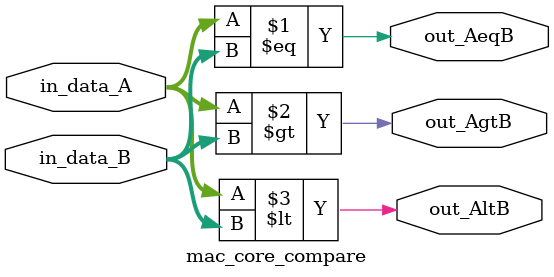
<source format=v>

module mac_core
     #(parameter WIDTH_DATA=32)
(
      input  wire                     RESET_N // asynchronous reset
    , input  wire                     CLK
    , input  wire                     INIT  // synchronous reset
    , output reg                      READY // ready when 1
    // operand A
    , output wire                     IN_READY_A
    , input  wire  [WIDTH_DATA-1:0]   IN_DATA_A
    , input  wire                     IN_VALID_A
    , input  wire                     IN_LAST_A
    // operand B
    , output wire                     IN_READY_B
    , input  wire  [WIDTH_DATA-1:0]   IN_DATA_B
    , input  wire                     IN_VALID_B
    , input  wire                     IN_LAST_B
    // resultant C=A*B+C'
    , output reg   [WIDTH_DATA-1:0]   OUT_DATA
    , output wire                     OUT_VALID
    , input  wire                     OUT_READY
    , output wire                     OUT_LAST
    , output reg                      OUT_OVERFLOW // overflow
);
    //--------------------------------------------------------------------------
    localparam N=WIDTH_DATA;
    //--------------------------------------------------------------------------
    reg SRESETn=1'b0; // synchronous reset
    always @ (posedge CLK) SRESETn <= RESET_N&~INIT;
    //--------------------------------------------------------------------------
    always @ (posedge CLK or negedge RESET_N) begin
    if (RESET_N==1'b0) begin
        READY <= 1'b0;
    end else begin
        if (INIT==1'b1) READY <= 1'b0;
        else            READY <= 1'b1;
    end // if
    end // always
    //--------------------------------------------------------------------------
    // synthesis translate_off
    always @ (posedge CLK or negedge RESET_N) begin
    if (RESET_N==1'b1) begin
        if (IN_VALID_A==1'b1&&IN_VALID_B==1'b1) begin
            if (IN_LAST_A^IN_LAST_B) begin
                $display("%0t %m ERROR tlast mis-match", $time);
            end
        end
    end
    end // always
    // synthesis translate_on
    //--------------------------------------------------------------------------
    wire signed [N-1:0]   mul_in_data_A=IN_DATA_A;
    wire signed [N-1:0]   mul_in_data_B=IN_DATA_B;
    wire                  mul_in_valid=IN_VALID_A&IN_VALID_B;
    wire                  mul_in_ready;
    wire                  mul_in_last=mul_in_valid&IN_LAST_A&IN_LAST_B;
    wire signed [N*2-1:0] mul_out_data ;
    wire                  mul_out_valid;
    wire                  mul_out_ready;
    wire                  mul_out_last ;
    assign IN_READY_A = mul_in_ready&IN_VALID_B;
    assign IN_READY_B = mul_in_ready&IN_VALID_A;
    //--------------------------------------------------------------------------
    // It produces N*2-bit multiplication result of two N-bit inputs.
    // No overflow occrs.
    mac_core_multiplier_simple #(.N(N))
    u_multiplier (
          .clk       ( CLK           )
        , .reset_n   ( SRESETn       )
        , .in_data_A ( mul_in_data_A )
        , .in_data_B ( mul_in_data_B )
        , .in_valid  ( mul_in_valid  )
        , .in_ready  ( mul_in_ready  )
        , .in_last   ( mul_in_last   )
        , .out_data  ( mul_out_data  )
        , .out_valid ( mul_out_valid )
        , .out_ready ( mul_out_ready )
        , .out_last  ( mul_out_last  )
    );
    //--------------------------------------------------------------------------
    wire signed [N*2-1:0]  acc_in_data=mul_out_data;
    wire                   acc_in_valid=mul_out_valid;
    wire                   acc_in_ready;
    wire                   acc_in_last=mul_out_last;
    wire signed [N*2-1:0]  acc_out_data    ;
    wire                   acc_out_valid   ;
    wire                   acc_out_ready   ;
    wire                   acc_out_last    ;
    wire                   acc_out_overflow;
    assign mul_out_ready=acc_in_ready;
    //--------------------------------------------------------------------------
    // It produces N*2+1-bit accumulation result of a series of N*2+1-bit inputs.
    // Internal storage is clear when LAST is 1.
    mac_core_accumulator #(.N(N*2))
    u_accumulator (
          .clk          ( CLK              )
        , .reset_n      ( SRESETn          )
        , .in_ready     ( acc_in_ready     )
        , .in_valid     ( acc_in_valid     )
        , .in_data      ( acc_in_data      )
        , .in_user      ( 'h0              )
        , .in_last      ( acc_in_last      )
        , .out_ready    ( acc_out_ready    )
        , .out_valid    ( acc_out_valid    )
        , .out_data     ( acc_out_data     )
        , .out_user     (                  )
        , .out_last     ( acc_out_last     )
        , .out_overflow ( acc_out_overflow )
    );
    //--------------------------------------------------------------------------
    wire signed [N-1:0] MAX_POS={1'b0,{N-1{1'b1}}};
    wire signed [N-1:0] MAX_NEG={1'b1,{N-1{1'b0}}};
    //--------------------------------------------------------------------------
    always @ ( * ) begin
        if (acc_out_overflow) begin
            OUT_OVERFLOW= acc_out_valid; // overflow
            if (acc_out_data[N*2-1]) OUT_DATA = MAX_NEG;
            else OUT_DATA = MAX_POS;
        end else begin
            if (acc_out_data>MAX_POS) begin
                OUT_DATA = MAX_POS;
                OUT_OVERFLOW = acc_out_valid; // overflow
            end else if (acc_out_data<MAX_NEG) begin
                OUT_DATA = MAX_NEG;
                OUT_OVERFLOW = acc_out_valid; // overflow
            end else begin
                OUT_DATA = acc_out_data[N-1:0];
                OUT_OVERFLOW = 1'b0;
            end
        end
    end
    //--------------------------------------------------------------------------
    assign acc_out_ready = OUT_READY;
    assign OUT_VALID = acc_out_valid;
    assign OUT_LAST  = acc_out_last ;
    //--------------------------------------------------------------------------
endmodule

//------------------------------------------------------------------------------
// It produces N*2-bit multiplication result of two N-bit inputs.
//------------------------------------------------------------------------------
//              __    __    __    __    __    __    __
//  clk      __|  |__|  |__|  |__|  |__|  |__|  |__|  |__
//             |_____|_____|     |_____|
//  A/B      XXX__a__X_____XXXXXXX_____X
//             |     |     |_____|_____|
//  C        XXXXXXXXXXXXXXX__a'_X_____X
//
module mac_core_multiplier_reg
     #(parameter N=32)
(
      input  wire                   clk
    , input  wire                   reset_n
    , input  wire signed [N-1:0]    in_data_A
    , input  wire signed [N-1:0]    in_data_B
    , input  wire                   in_valid
    , output wire                   in_ready
    , input  wire                   in_last
    , output wire signed [N*2-1:0]  out_data
    , output wire                   out_valid
    , input  wire                   out_ready
    , output wire                   out_last
);
    //--------------------------------------------------------------------------
    localparam ST_ZERO='h0
             , ST_ONE ='h1
             , ST_TWO ='h2;
    reg [1:0] state=ST_ZERO;
    reg [1:0] next;
    //--------------------------------------------------------------------------
    // state
    always @ (posedge clk or negedge reset_n) begin
    if (reset_n==1'b0) state <= ST_ZERO;
    else state <= next;
    end // always
    //--------------------------------------------------------------------------
    // next state
    always @ (*) begin
    case (state)
    ST_ZERO: if (in_valid&in_ready) next = ST_ONE;
             else                   next = ST_ZERO;
    ST_ONE :      if (~in_valid& out_ready) next = ST_ZERO;
             else if ( in_valid&~out_ready) next = ST_TWO;
             else                           next = ST_ONE;
    ST_TWO : if (out_ready) next = ST_ONE;
             else           next = ST_TWO;
    default: next = ST_ZERO;
    endcase
    end // always
    //--------------------------------------------------------------------------
    wire [N*2-1:0] mul = in_data_A * in_data_B;
    wire           load_p1, load_p2, load_p1_from_p2;
    reg            in_ready_t;
    reg  [N*2:0]   data_p1='h0;
    reg  [N*2:0]   data_p2='h0;
    always @ (posedge clk) begin
    if (load_p2) data_p2 <= {in_last,mul};
    if (load_p1) begin
        if (load_p1_from_p2) data_p1 <= data_p2;
        else                 data_p1 <= {in_last,mul};
    end
    end // always
    //--------------------------------------------------------------------------
    assign in_ready = in_ready_t;
    assign {out_last,out_data}=data_p1;
    assign out_valid=state[0];
    assign load_p1 = ((state==ST_ZERO)&& in_valid) ||
                     ((state==ST_ONE)&& in_valid && out_ready) ||
                     ((state==ST_TWO)&& out_ready);
    assign load_p2 = in_valid & in_ready;
    assign load_p1_from_p2 = (state == ST_TWO);
    //--------------------------------------------------------------------------
    // in_ready_t
    always @ (posedge clk or negedge reset_n) begin
             if (reset_n==1'b0) in_ready_t <= 1'b0;
        else if (state==ST_ZERO) in_ready_t <= 1'b1;
        else if ((state==ST_ONE)&&(next==ST_TWO)) in_ready_t <= 1'b0;
        else if ((state==ST_TWO)&&(next==ST_ONE)) in_ready_t <= 1'b1;
    end
    //--------------------------------------------------------------------------
endmodule

//------------------------------------------------------------------------------
// It uses sufficient output-bit in order not to get overflow.
module mac_core_multiplier_simple
     #(parameter N=32)
(
      input  wire                   clk
    , input  wire                   reset_n
    , input  wire signed [N-1:0]    in_data_A
    , input  wire signed [N-1:0]    in_data_B
    , input  wire                   in_valid
    , output wire                   in_ready
    , input  wire                   in_last
    , output reg  signed [N*2-1:0]  out_data
    , output reg                    out_valid
    , input  wire                   out_ready
    , output reg                    out_last
);
    //--------------------------------------------------------------------------
    wire signed [N*2-1:0] inA = in_data_A;
    wire signed [N*2-1:0] inB = in_data_B;
    wire signed [N*2-1:0] mul = inA*inB;
    wire                  enable;
    //--------------------------------------------------------------------------
    assign enable = (out_ready==1'b1) // when receiver is ready
                  ||(out_valid==1'b0);// when empty
    assign in_ready = ~out_valid|out_ready;
    //--------------------------------------------------------------------------
    always @ (posedge clk) begin
    if (reset_n==1'b0) begin
        out_data  <= {N*2{1'b0}};
        out_valid <= 1'b0;
        out_last  <= 1'b0;
    end else begin
        if (enable) begin
            out_data    <= mul;
            out_valid   <= in_valid;
            out_last    <= in_last;
        end
    end // if
    end // always
    //--------------------------------------------------------------------------
endmodule

//------------------------------------------------------------------------------
// 'in_user[]' can be 'strobe[]', but 'in_user[]' does not work as strobe.
// It simply passes through.
module mac_core_multiplier
     #(parameter N=32, B=N/8)
(
      input  wire                   clk
    , input  wire                   reset_n
    , output wire                   in_ready
    , input  wire                   in_valid
    , input  wire signed [N-1:0]    in_data_A
    , input  wire signed [N-1:0]    in_data_B
    , input  wire        [B-1:0]    in_user
    , input  wire                   in_last
    , input  wire                   out_ready
    , output reg                    out_valid
    , output reg  signed [N-1:0]    out_data
    , output reg         [B-1:0]    out_user
    , output reg                    out_last
    , output reg                    out_overflow
);
    //--------------------------------------------------------------------------
    localparam [N-1:0] MAX_POSITIVE={1'b0,{N-1{1'b1}}};
    localparam [N-1:0] MAX_NEGATIVE={1'b1,{N-1{1'b0}}};
    //--------------------------------------------------------------------------
    wire signed [N-1:0] max_positive=MAX_POSITIVE;
    wire signed [N-1:0] max_negative=MAX_NEGATIVE;
    wire signed [N*2-1:0] inA = in_data_A;
    wire signed [N*2-1:0] inB = in_data_B;
    wire signed [N*2-1:0] mul = inA*inB;
    wire                  enable;
    //--------------------------------------------------------------------------
    assign enable = (out_ready==1'b1) // when receiver is ready
                  ||(out_valid==1'b0);// when empty
    assign in_ready = ~out_valid|out_ready;
    wire   overflow = (mul>max_positive)||(mul<max_negative);
    //--------------------------------------------------------------------------
    always @ (posedge clk) begin
    if (reset_n==1'b0) begin
        out_data     <= {N{1'b0}};
        out_user     <= {B{1'b0}};
        out_valid    <= 1'b0;
        out_last     <= 1'b0;
        out_overflow <= 1'b0;
    end else begin
        if (enable) begin
            out_data     <= (mul>max_positive) ? MAX_POSITIVE
                          : (mul<max_negative) ? MAX_NEGATIVE
                          : mul[N-1:0];
            out_user     <= in_user;
            out_overflow <= overflow;
            out_valid    <= in_valid;
            out_last     <= in_last;
        end
    end // if
    end // always
    //--------------------------------------------------------------------------
endmodule

//------------------------------------------------------------------------------
// The result changes depending on whether the bias is used as the initial value of the operation or is processed after the operation.
// - If bias is applied after calculation, there is a change in saturation due to overflow.
module mac_core_adder
     #(parameter N=32, B=N/8)
(
      input  wire           reset_n
    , input  wire           clk
    , output wire           in_ready
    , input  wire           in_valid
    , input  wire [N-1:0]   in_data_A
    , input  wire [N-1:0]   in_data_B
    , input  wire [B-1:0]   in_user // can be byte strobe
    , input  wire           in_last
    , input  wire           out_ready
    , output reg            out_valid
    , output reg  [N-1:0]   out_data
    , output reg  [B-1:0]   out_user // can be byte strobe
    , output reg            out_last
    , output reg            out_overflow
);
    //--------------------------------------------------------------------------
    localparam [N-1:0] MAX_POSITIVE={1'b0,{N-1{1'b1}}};
    localparam [N-1:0] MAX_NEGATIVE={1'b1,{N-1{1'b0}}};
    //--------------------------------------------------------------------------
    wire [N:0] tmp_sum = $signed(in_data_A)+$signed(in_data_B);
    //--------------------------------------------------------------------------
    wire         tmp_over = ((~in_data_A[N-1]&~in_data_B[N-1])& tmp_sum[N-1]) // (+)+(+)-->(-)
                          | (( in_data_A[N-1]& in_data_B[N-1])&~tmp_sum[N-1]);// (-)+(-)-->(+)
    wire [N-1:0] tmp_data =  (tmp_over==1'b0) ? tmp_sum[N-1:0]
                                              : in_data_A[N-1] ? MAX_NEGATIVE
                                                               : MAX_POSITIVE;
    //--------------------------------------------------------------------------
    wire   enable   =  out_ready|~out_valid;
    assign in_ready = ~out_valid| out_ready;
    //--------------------------------------------------------------------------
    always @ (posedge clk) begin
    if (reset_n==1'b0) begin
        out_data  <= {N{1'b0}};
        out_user  <= {B{1'b0}};
        out_valid <= 1'b0;
        out_last  <= 1'b0;
        out_overflow <= 1'b0;
    end else begin
        if (enable) begin
            out_data     <= tmp_data;
            out_user     <= in_user ;
            out_overflow <= tmp_over;
            out_valid    <= in_valid;
            out_last     <= in_last ;
        end
    end // if
    end // always
    //--------------------------------------------------------------------------
endmodule
module mac_core_adder_old
     #(parameter N=32)
(
      input  wire         reset_n
    , input  wire         clk
    , output wire         in_ready
    , input  wire         in_valid
    , input  wire         in_last
    , input  wire [N-1:0] in_data_A
    , input  wire [N-1:0] in_data_B
    , input  wire         in_overflow_A
    , input  wire         in_overflow_B
    , input  wire         out_ready
    , output reg          out_valid
    , output reg          out_last
    , output reg  [N-1:0] out_data
    , output reg          out_overflow
);
    //--------------------------------------------------------------------------
    localparam [N-1:0] MAX_POSITIVE={1'b0,{N-1{1'b1}}};
    localparam [N-1:0] MAX_NEGATIVE={1'b1,{N-1{1'b0}}};
    //--------------------------------------------------------------------------
    wire [N:0] tmp_sum = $signed(in_data_A)+$signed(in_data_B);
    //--------------------------------------------------------------------------
    wire         tmp_over = ((~in_data_A[N-1]&~in_data_B[N-1])& tmp_sum[N-1]) // (+)+(+)-->(-)
                          | (( in_data_A[N-1]& in_data_B[N-1])&~tmp_sum[N-1]);// (-)+(-)-->(+)
    wire [N-1:0] tmp_data =  (tmp_over==1'b0) ? tmp_sum[N-1:0]
                                              : in_data_A[N-1] ? MAX_NEGATIVE
                                                               : MAX_POSITIVE;
    //--------------------------------------------------------------------------
    wire   enable   =  out_ready|~out_valid;
    assign in_ready = ~out_valid| out_ready;
    //--------------------------------------------------------------------------
    always @ (posedge clk) begin
    if (reset_n==1'b0) begin
        out_data  <= {N{1'b0}};
        out_valid <= 1'b0;
        out_last  <= 1'b0;
        out_overflow <= 1'b0;
    end else begin
        if (enable) begin
            out_data  <=(in_overflow_A) ? in_data_A :
                        (in_overflow_B) ? in_data_B : tmp_data;
            out_overflow <=(tmp_over|in_overflow_A|in_overflow_B)&in_valid;
            out_valid    <= in_valid;
            out_last  <= in_last;
        end
    end // if
    end // always
    //--------------------------------------------------------------------------
endmodule

//------------------------------------------------------------------------------
module mac_core_adder_combinational
     #(parameter N=32)
(
      input  wire signed [N-1:0] inA
    , input  wire signed [N-1:0] inB
    , output wire signed [N-1:0] out
    , output wire                over
);
    //--------------------------------------------------------------------------
    localparam [N-1:0] MAX_POSITIVE={1'b0,{N-1{1'b1}}};
    localparam [N-1:0] MAX_NEGATIVE={1'b1,{N-1{1'b0}}};
    //--------------------------------------------------------------------------
    wire signed [N:0] sum = inA+inB;
    //--------------------------------------------------------------------------
    assign over = ((~inA[N-1]&~inB[N-1])& sum[N-1]) // (+)+(+)-->(-)
                | (( inA[N-1]& inB[N-1])&~sum[N-1]);// (-)+(-)-->(+)
    assign out  =  (over==1'b0) ? sum[N-1:0]
                                : inA[N-1] ? MAX_NEGATIVE
                                           : MAX_POSITIVE;
endmodule

//------------------------------------------------------------------------------
// Make sure 'in_data' be zeror, if non-valid input is given.
module mac_core_accumulator
     #(parameter N=32, B=N/8)
(
      input  wire                 clk
    , input  wire                 reset_n
    , output wire                 in_ready
    , input  wire                 in_valid
    , input  wire signed [N-1:0]  in_data
    , input  wire        [B-1:0]  in_user
    , input  wire                 in_last
    , input  wire                 out_ready
    , output reg                  out_valid
    , output reg  signed [N-1:0]  out_data
    , output reg         [B-1:0]  out_user
    , output reg                  out_last
    , output reg                  out_overflow
);
    //--------------------------------------------------------------------------
    reg   [N-1:0]  reg_data={N{1'b0}};
    wire           enable;
    wire  [N-1:0]  value ;
    wire           over  ;
    //--------------------------------------------------------------------------
    assign enable = (out_ready==1'b1) // when receiver is ready
                  ||(out_valid==1'b0);// when empty
    assign in_ready = ~out_valid|out_ready;
    assign {over,value}=func_adder(in_data,reg_data);
    //--------------------------------------------------------------------------
    always @ (posedge clk) begin
    if (reset_n==1'b0) begin
        reg_data     <= {N{1'b0}};
        out_valid    <= 1'b0;
        out_user     <= {B{1'b0}};
        out_last     <= 1'b0;
        out_overflow <= 1'b0;
    end else begin
        if (enable) begin
            out_valid    <= in_valid;
            out_user     <= in_user ;
            out_last     <= in_last;
            out_overflow <= over&in_valid;
            if (in_valid&in_ready) begin
                out_data <= value;
                if (in_last) begin
                    reg_data <= {N{1'b0}};
                end else begin
                    reg_data <= value;
                end
            end
        end
    end // if
    end // always
    //--------------------------------------------------------------------------
    localparam [N-1:0] MAX_POSITIVE={1'b0,{N-1{1'b1}}}; // mind 2's complement
    localparam [N-1:0] MAX_NEGATIVE={1'b1,{N-1{1'b0}}}; // mind 2's complement
    //--------------------------------------------------------------------------
    // combinational logic
    function [N:0] func_adder;
        input [N-1:0] inA;
        input [N-1:0] inB;
        reg   [N-1:0] out ;
        reg           over;
        reg signed [N:0] sum ;
    begin
        sum = $signed(inA)+$signed(inB);
        over = ((~inA[N-1]&~inB[N-1])& sum[N-1]) // (+)+(+)-->(-)
             | (( inA[N-1]& inB[N-1])&~sum[N-1]);// (-)+(-)-->(+)
        out  =  (over==1'b0) ? sum[N-1:0]
                             : inA[N-1] ? MAX_NEGATIVE
                                        : MAX_POSITIVE;
        func_adder = {over,out};
    end
    endfunction
    //--------------------------------------------------------------------------
endmodule

//------------------------------------------------------------------------------
module mac_core_compare
     #(parameter N=32)
(
      input  wire signed [N-1:0] in_data_A
    , input  wire signed [N-1:0] in_data_B
    , output wire                out_AeqB
    , output wire                out_AgtB
    , output wire                out_AltB
);
    assign out_AeqB = (in_data_A==in_data_B);
    assign out_AgtB = (in_data_A>in_data_B); 
    assign out_AltB = (in_data_A<in_data_B);
endmodule
//------------------------------------------------------------------------------
// Revision history
//
// 2021.08.01: 'in_overflowA/B' added for 'mac_core_adder'.
// 2021.06.10: Started by Ando Ki.
//------------------------------------------------------------------------------

</source>
